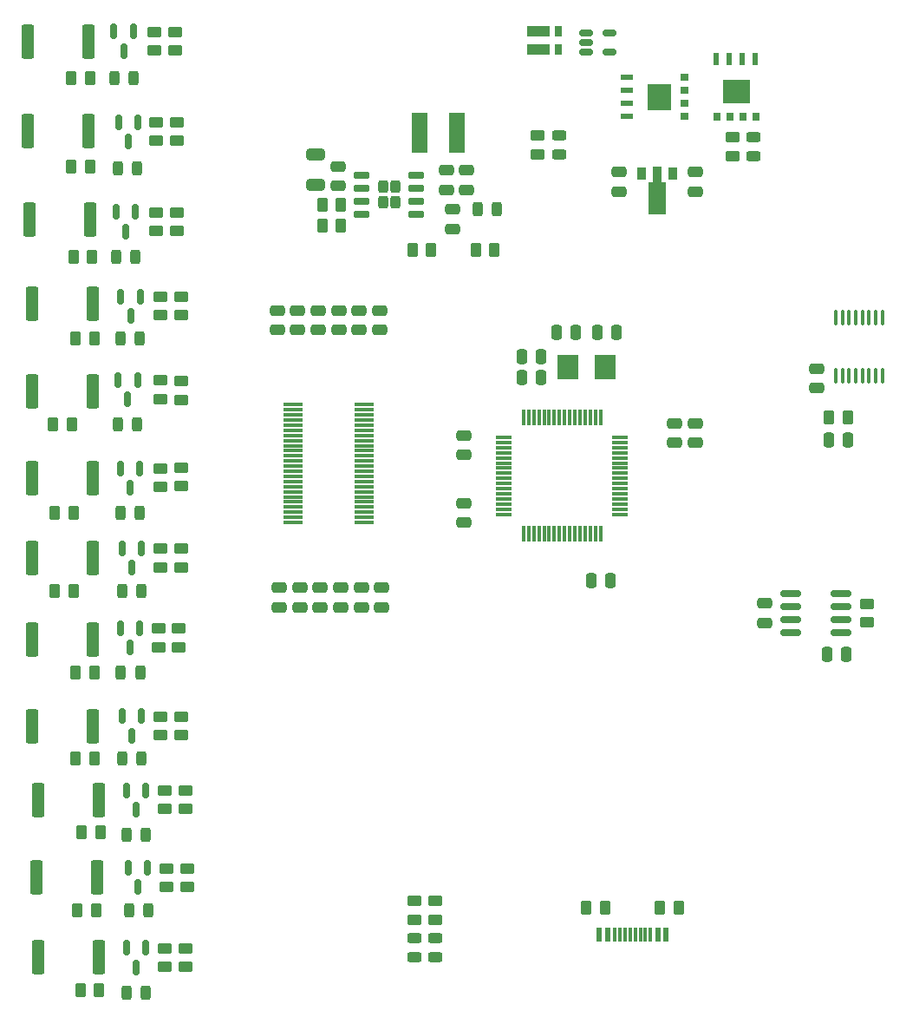
<source format=gbr>
%TF.GenerationSoftware,KiCad,Pcbnew,(6.0.7-1)-1*%
%TF.CreationDate,2022-08-24T14:53:57+02:00*%
%TF.ProjectId,Flux_BMS,466c7578-5f42-44d5-932e-6b696361645f,rev?*%
%TF.SameCoordinates,Original*%
%TF.FileFunction,Paste,Top*%
%TF.FilePolarity,Positive*%
%FSLAX46Y46*%
G04 Gerber Fmt 4.6, Leading zero omitted, Abs format (unit mm)*
G04 Created by KiCad (PCBNEW (6.0.7-1)-1) date 2022-08-24 14:53:57*
%MOMM*%
%LPD*%
G01*
G04 APERTURE LIST*
G04 Aperture macros list*
%AMRoundRect*
0 Rectangle with rounded corners*
0 $1 Rounding radius*
0 $2 $3 $4 $5 $6 $7 $8 $9 X,Y pos of 4 corners*
0 Add a 4 corners polygon primitive as box body*
4,1,4,$2,$3,$4,$5,$6,$7,$8,$9,$2,$3,0*
0 Add four circle primitives for the rounded corners*
1,1,$1+$1,$2,$3*
1,1,$1+$1,$4,$5*
1,1,$1+$1,$6,$7*
1,1,$1+$1,$8,$9*
0 Add four rect primitives between the rounded corners*
20,1,$1+$1,$2,$3,$4,$5,0*
20,1,$1+$1,$4,$5,$6,$7,0*
20,1,$1+$1,$6,$7,$8,$9,0*
20,1,$1+$1,$8,$9,$2,$3,0*%
%AMFreePoly0*
4,1,9,3.862500,-0.866500,0.737500,-0.866500,0.737500,-0.450000,-0.737500,-0.450000,-0.737500,0.450000,0.737500,0.450000,0.737500,0.866500,3.862500,0.866500,3.862500,-0.866500,3.862500,-0.866500,$1*%
G04 Aperture macros list end*
%ADD10C,0.010000*%
%ADD11RoundRect,0.243750X0.456250X-0.243750X0.456250X0.243750X-0.456250X0.243750X-0.456250X-0.243750X0*%
%ADD12RoundRect,0.250000X-0.450000X0.262500X-0.450000X-0.262500X0.450000X-0.262500X0.450000X0.262500X0*%
%ADD13RoundRect,0.250000X-0.362500X-1.425000X0.362500X-1.425000X0.362500X1.425000X-0.362500X1.425000X0*%
%ADD14RoundRect,0.242500X-0.242500X-0.382500X0.242500X-0.382500X0.242500X0.382500X-0.242500X0.382500X0*%
%ADD15RoundRect,0.150000X-0.650000X-0.150000X0.650000X-0.150000X0.650000X0.150000X-0.650000X0.150000X0*%
%ADD16RoundRect,0.250000X0.650000X-0.325000X0.650000X0.325000X-0.650000X0.325000X-0.650000X-0.325000X0*%
%ADD17RoundRect,0.250000X-0.250000X-0.475000X0.250000X-0.475000X0.250000X0.475000X-0.250000X0.475000X0*%
%ADD18RoundRect,0.250000X-0.262500X-0.450000X0.262500X-0.450000X0.262500X0.450000X-0.262500X0.450000X0*%
%ADD19RoundRect,0.250000X-0.475000X0.250000X-0.475000X-0.250000X0.475000X-0.250000X0.475000X0.250000X0*%
%ADD20R,2.287000X1.010000*%
%ADD21R,0.762000X1.010000*%
%ADD22RoundRect,0.250000X0.450000X-0.262500X0.450000X0.262500X-0.450000X0.262500X-0.450000X-0.262500X0*%
%ADD23R,0.600000X1.450000*%
%ADD24R,0.300000X1.450000*%
%ADD25RoundRect,0.150000X-0.150000X0.587500X-0.150000X-0.587500X0.150000X-0.587500X0.150000X0.587500X0*%
%ADD26RoundRect,0.243750X-0.243750X-0.456250X0.243750X-0.456250X0.243750X0.456250X-0.243750X0.456250X0*%
%ADD27R,0.610000X1.270000*%
%ADD28RoundRect,0.250000X0.475000X-0.250000X0.475000X0.250000X-0.475000X0.250000X-0.475000X-0.250000X0*%
%ADD29RoundRect,0.150000X-0.825000X-0.150000X0.825000X-0.150000X0.825000X0.150000X-0.825000X0.150000X0*%
%ADD30RoundRect,0.250000X0.250000X0.475000X-0.250000X0.475000X-0.250000X-0.475000X0.250000X-0.475000X0*%
%ADD31RoundRect,0.250000X0.262500X0.450000X-0.262500X0.450000X-0.262500X-0.450000X0.262500X-0.450000X0*%
%ADD32R,0.900000X1.300000*%
%ADD33FreePoly0,270.000000*%
%ADD34RoundRect,0.100000X0.100000X-0.637500X0.100000X0.637500X-0.100000X0.637500X-0.100000X-0.637500X0*%
%ADD35R,2.000000X2.400000*%
%ADD36R,1.270000X0.610000*%
%ADD37RoundRect,0.075000X-0.875000X-0.075000X0.875000X-0.075000X0.875000X0.075000X-0.875000X0.075000X0*%
%ADD38R,1.500000X4.000000*%
%ADD39RoundRect,0.075000X-0.075000X0.700000X-0.075000X-0.700000X0.075000X-0.700000X0.075000X0.700000X0*%
%ADD40RoundRect,0.075000X-0.700000X0.075000X-0.700000X-0.075000X0.700000X-0.075000X0.700000X0.075000X0*%
%ADD41RoundRect,0.150000X-0.512500X-0.150000X0.512500X-0.150000X0.512500X0.150000X-0.512500X0.150000X0*%
G04 APERTURE END LIST*
%TO.C,Q14*%
G36*
X152800000Y-62670000D02*
G01*
X152190000Y-62670000D01*
X152190000Y-61965000D01*
X152800000Y-61965000D01*
X152800000Y-62670000D01*
G37*
D10*
X152800000Y-62670000D02*
X152190000Y-62670000D01*
X152190000Y-61965000D01*
X152800000Y-61965000D01*
X152800000Y-62670000D01*
G36*
X156610000Y-62670000D02*
G01*
X156000000Y-62670000D01*
X156000000Y-61965000D01*
X156610000Y-61965000D01*
X156610000Y-62670000D01*
G37*
X156610000Y-62670000D02*
X156000000Y-62670000D01*
X156000000Y-61965000D01*
X156610000Y-61965000D01*
X156610000Y-62670000D01*
G36*
X155635000Y-61005000D02*
G01*
X153165000Y-61005000D01*
X153165000Y-58795000D01*
X155635000Y-58795000D01*
X155635000Y-61005000D01*
G37*
X155635000Y-61005000D02*
X153165000Y-61005000D01*
X153165000Y-58795000D01*
X155635000Y-58795000D01*
X155635000Y-61005000D01*
G36*
X155340000Y-62670000D02*
G01*
X154730000Y-62670000D01*
X154730000Y-61965000D01*
X155340000Y-61965000D01*
X155340000Y-62670000D01*
G37*
X155340000Y-62670000D02*
X154730000Y-62670000D01*
X154730000Y-61965000D01*
X155340000Y-61965000D01*
X155340000Y-62670000D01*
G36*
X154070000Y-62670000D02*
G01*
X153460000Y-62670000D01*
X153460000Y-61965000D01*
X154070000Y-61965000D01*
X154070000Y-62670000D01*
G37*
X154070000Y-62670000D02*
X153460000Y-62670000D01*
X153460000Y-61965000D01*
X154070000Y-61965000D01*
X154070000Y-62670000D01*
%TO.C,Q13*%
G36*
X149670000Y-60070000D02*
G01*
X148965000Y-60070000D01*
X148965000Y-59460000D01*
X149670000Y-59460000D01*
X149670000Y-60070000D01*
G37*
X149670000Y-60070000D02*
X148965000Y-60070000D01*
X148965000Y-59460000D01*
X149670000Y-59460000D01*
X149670000Y-60070000D01*
G36*
X148005000Y-61635000D02*
G01*
X145795000Y-61635000D01*
X145795000Y-59165000D01*
X148005000Y-59165000D01*
X148005000Y-61635000D01*
G37*
X148005000Y-61635000D02*
X145795000Y-61635000D01*
X145795000Y-59165000D01*
X148005000Y-59165000D01*
X148005000Y-61635000D01*
G36*
X149670000Y-62610000D02*
G01*
X148965000Y-62610000D01*
X148965000Y-62000000D01*
X149670000Y-62000000D01*
X149670000Y-62610000D01*
G37*
X149670000Y-62610000D02*
X148965000Y-62610000D01*
X148965000Y-62000000D01*
X149670000Y-62000000D01*
X149670000Y-62610000D01*
G36*
X149670000Y-61340000D02*
G01*
X148965000Y-61340000D01*
X148965000Y-60730000D01*
X149670000Y-60730000D01*
X149670000Y-61340000D01*
G37*
X149670000Y-61340000D02*
X148965000Y-61340000D01*
X148965000Y-60730000D01*
X149670000Y-60730000D01*
X149670000Y-61340000D01*
G36*
X149670000Y-58800000D02*
G01*
X148965000Y-58800000D01*
X148965000Y-58190000D01*
X149670000Y-58190000D01*
X149670000Y-58800000D01*
G37*
X149670000Y-58800000D02*
X148965000Y-58800000D01*
X148965000Y-58190000D01*
X149670000Y-58190000D01*
X149670000Y-58800000D01*
%TD*%
D11*
%TO.C,D16*%
X156100000Y-66237500D03*
X156100000Y-64362500D03*
%TD*%
D12*
%TO.C,R20*%
X99600000Y-54087500D03*
X99600000Y-55912500D03*
%TD*%
D13*
%TO.C,R3*%
X85437500Y-72400000D03*
X91362500Y-72400000D03*
%TD*%
D14*
%TO.C,U7*%
X121105000Y-70725000D03*
X121105000Y-69175000D03*
X119905000Y-70725000D03*
X119905000Y-69175000D03*
D15*
X117855000Y-68045000D03*
X117855000Y-69315000D03*
X117855000Y-70585000D03*
X117855000Y-71855000D03*
X123155000Y-71855000D03*
X123155000Y-70585000D03*
X123155000Y-69315000D03*
X123155000Y-68045000D03*
%TD*%
D11*
%TO.C,D2*%
X125010000Y-144337500D03*
X125010000Y-142462500D03*
%TD*%
D16*
%TO.C,C33*%
X113305000Y-69025000D03*
X113305000Y-66075000D03*
%TD*%
D17*
%TO.C,C15*%
X136850000Y-83400000D03*
X138750000Y-83400000D03*
%TD*%
D18*
%TO.C,R42*%
X89887500Y-84000000D03*
X91712500Y-84000000D03*
%TD*%
D12*
%TO.C,R35*%
X100200000Y-120887500D03*
X100200000Y-122712500D03*
%TD*%
D18*
%TO.C,R51*%
X89487500Y-67200000D03*
X91312500Y-67200000D03*
%TD*%
D19*
%TO.C,C38*%
X143000000Y-67750000D03*
X143000000Y-69650000D03*
%TD*%
D20*
%TO.C,R67*%
X135128000Y-54015000D03*
D21*
X137034000Y-54015000D03*
X137034000Y-55785000D03*
D20*
X135128500Y-55785000D03*
%TD*%
D12*
%TO.C,R2*%
X99800000Y-71687500D03*
X99800000Y-73512500D03*
%TD*%
D22*
%TO.C,R59*%
X154100000Y-66212500D03*
X154100000Y-64387500D03*
%TD*%
D12*
%TO.C,R32*%
X99800000Y-62887500D03*
X99800000Y-64712500D03*
%TD*%
%TO.C,R14*%
X100200000Y-104487500D03*
X100200000Y-106312500D03*
%TD*%
D13*
%TO.C,R33*%
X85237500Y-63800000D03*
X91162500Y-63800000D03*
%TD*%
D23*
%TO.C,J5*%
X141050000Y-142155000D03*
X141850000Y-142155000D03*
D24*
X143050000Y-142155000D03*
X144050000Y-142155000D03*
X144550000Y-142155000D03*
X145550000Y-142155000D03*
D23*
X146750000Y-142155000D03*
X147550000Y-142155000D03*
X147550000Y-142155000D03*
X146750000Y-142155000D03*
D24*
X146050000Y-142155000D03*
X145050000Y-142155000D03*
X143550000Y-142155000D03*
X142550000Y-142155000D03*
D23*
X141850000Y-142155000D03*
X141050000Y-142155000D03*
%TD*%
D25*
%TO.C,Q7*%
X95550000Y-54062500D03*
X93650000Y-54062500D03*
X94600000Y-55937500D03*
%TD*%
D26*
%TO.C,D3*%
X93862500Y-76000000D03*
X95737500Y-76000000D03*
%TD*%
D27*
%TO.C,Q14*%
X153765000Y-56695000D03*
X155035000Y-56695000D03*
X156305000Y-56695000D03*
X152495000Y-56695000D03*
%TD*%
D28*
%TO.C,C4*%
X119600000Y-83150000D03*
X119600000Y-81250000D03*
%TD*%
D17*
%TO.C,C24*%
X163250000Y-114800000D03*
X165150000Y-114800000D03*
%TD*%
D25*
%TO.C,Q12*%
X96350000Y-120862500D03*
X94450000Y-120862500D03*
X95400000Y-122737500D03*
%TD*%
D29*
%TO.C,U4*%
X159725000Y-108895000D03*
X159725000Y-110165000D03*
X159725000Y-111435000D03*
X159725000Y-112705000D03*
X164675000Y-112705000D03*
X164675000Y-111435000D03*
X164675000Y-110165000D03*
X164675000Y-108895000D03*
%TD*%
D25*
%TO.C,Q5*%
X96350000Y-104462500D03*
X94450000Y-104462500D03*
X95400000Y-106337500D03*
%TD*%
D13*
%TO.C,R9*%
X85637500Y-89200000D03*
X91562500Y-89200000D03*
%TD*%
D17*
%TO.C,C20*%
X133450000Y-87800000D03*
X135350000Y-87800000D03*
%TD*%
D30*
%TO.C,C13*%
X142750000Y-83400000D03*
X140850000Y-83400000D03*
%TD*%
D18*
%TO.C,R65*%
X146987500Y-139500000D03*
X148812500Y-139500000D03*
%TD*%
D13*
%TO.C,R27*%
X86037500Y-136600000D03*
X91962500Y-136600000D03*
%TD*%
D26*
%TO.C,D15*%
X129167500Y-71350000D03*
X131042500Y-71350000D03*
%TD*%
D17*
%TO.C,C22*%
X163449159Y-93869520D03*
X165349159Y-93869520D03*
%TD*%
D19*
%TO.C,C35*%
X126705000Y-71400000D03*
X126705000Y-73300000D03*
%TD*%
D12*
%TO.C,R8*%
X100200000Y-88175000D03*
X100200000Y-90000000D03*
%TD*%
D11*
%TO.C,D1*%
X123000000Y-144337500D03*
X123000000Y-142462500D03*
%TD*%
D12*
%TO.C,R5*%
X100200000Y-79887500D03*
X100200000Y-81712500D03*
%TD*%
D13*
%TO.C,R15*%
X85637500Y-105400000D03*
X91562500Y-105400000D03*
%TD*%
D18*
%TO.C,R41*%
X89687500Y-76000000D03*
X91512500Y-76000000D03*
%TD*%
%TO.C,R49*%
X90087500Y-139800000D03*
X91912500Y-139800000D03*
%TD*%
D13*
%TO.C,R30*%
X86237500Y-144400000D03*
X92162500Y-144400000D03*
%TD*%
D31*
%TO.C,R58*%
X124617500Y-75350000D03*
X122792500Y-75350000D03*
%TD*%
D13*
%TO.C,R18*%
X85637500Y-113400000D03*
X91562500Y-113400000D03*
%TD*%
D25*
%TO.C,Q11*%
X96012500Y-62912500D03*
X94112500Y-62912500D03*
X95062500Y-64787500D03*
%TD*%
D32*
%TO.C,U8*%
X148200000Y-67912500D03*
D33*
X146700000Y-68000000D03*
D32*
X145200000Y-67912500D03*
%TD*%
D11*
%TO.C,D17*%
X137100000Y-66037500D03*
X137100000Y-64162500D03*
%TD*%
D19*
%TO.C,C9*%
X109800000Y-108300000D03*
X109800000Y-110200000D03*
%TD*%
%TO.C,C8*%
X111800000Y-108300000D03*
X111800000Y-110200000D03*
%TD*%
D22*
%TO.C,R19*%
X97600000Y-55912500D03*
X97600000Y-54087500D03*
%TD*%
D26*
%TO.C,D10*%
X94862500Y-132400000D03*
X96737500Y-132400000D03*
%TD*%
D18*
%TO.C,R55*%
X113992500Y-70950000D03*
X115817500Y-70950000D03*
%TD*%
D19*
%TO.C,C5*%
X117800000Y-108300000D03*
X117800000Y-110200000D03*
%TD*%
D26*
%TO.C,D12*%
X94862500Y-147800000D03*
X96737500Y-147800000D03*
%TD*%
D34*
%TO.C,U3*%
X164124159Y-87662020D03*
X164774159Y-87662020D03*
X165424159Y-87662020D03*
X166074159Y-87662020D03*
X166724159Y-87662020D03*
X167374159Y-87662020D03*
X168024159Y-87662020D03*
X168674159Y-87662020D03*
X168674159Y-81937020D03*
X168024159Y-81937020D03*
X167374159Y-81937020D03*
X166724159Y-81937020D03*
X166074159Y-81937020D03*
X165424159Y-81937020D03*
X164774159Y-81937020D03*
X164124159Y-81937020D03*
%TD*%
D26*
%TO.C,D13*%
X94062500Y-67400000D03*
X95937500Y-67400000D03*
%TD*%
D22*
%TO.C,R16*%
X98000000Y-114112500D03*
X98000000Y-112287500D03*
%TD*%
D28*
%TO.C,C7*%
X109600000Y-83150000D03*
X109600000Y-81250000D03*
%TD*%
D12*
%TO.C,R40*%
X167200000Y-109887500D03*
X167200000Y-111712500D03*
%TD*%
D25*
%TO.C,Q4*%
X96150000Y-96662500D03*
X94250000Y-96662500D03*
X95200000Y-98537500D03*
%TD*%
%TO.C,Q3*%
X95950000Y-88062500D03*
X94050000Y-88062500D03*
X95000000Y-89937500D03*
%TD*%
D22*
%TO.C,R60*%
X135000000Y-66012500D03*
X135000000Y-64187500D03*
%TD*%
D12*
%TO.C,R17*%
X100000000Y-112287500D03*
X100000000Y-114112500D03*
%TD*%
D22*
%TO.C,R13*%
X98200000Y-106312500D03*
X98200000Y-104487500D03*
%TD*%
D25*
%TO.C,Q6*%
X96150000Y-112262500D03*
X94250000Y-112262500D03*
X95200000Y-114137500D03*
%TD*%
D35*
%TO.C,X1*%
X137950000Y-86800000D03*
X141650000Y-86800000D03*
%TD*%
D22*
%TO.C,R10*%
X98200000Y-98512500D03*
X98200000Y-96687500D03*
%TD*%
D26*
%TO.C,D6*%
X94262500Y-101000000D03*
X96137500Y-101000000D03*
%TD*%
D18*
%TO.C,R45*%
X87887500Y-108600000D03*
X89712500Y-108600000D03*
%TD*%
D26*
%TO.C,D11*%
X95125000Y-139800000D03*
X97000000Y-139800000D03*
%TD*%
D28*
%TO.C,C34*%
X115505000Y-69100000D03*
X115505000Y-67200000D03*
%TD*%
D19*
%TO.C,C12*%
X113800000Y-108300000D03*
X113800000Y-110200000D03*
%TD*%
D31*
%TO.C,R57*%
X130817500Y-75350000D03*
X128992500Y-75350000D03*
%TD*%
D28*
%TO.C,C16*%
X127800000Y-95350000D03*
X127800000Y-93450000D03*
%TD*%
D18*
%TO.C,R43*%
X87687500Y-92400000D03*
X89512500Y-92400000D03*
%TD*%
D31*
%TO.C,R66*%
X141612500Y-139500000D03*
X139787500Y-139500000D03*
%TD*%
D25*
%TO.C,Q10*%
X96750000Y-143462500D03*
X94850000Y-143462500D03*
X95800000Y-145337500D03*
%TD*%
D12*
%TO.C,R11*%
X100200000Y-96600000D03*
X100200000Y-98425000D03*
%TD*%
D13*
%TO.C,R21*%
X85237500Y-55000000D03*
X91162500Y-55000000D03*
%TD*%
D22*
%TO.C,R34*%
X98200000Y-122712500D03*
X98200000Y-120887500D03*
%TD*%
D28*
%TO.C,C36*%
X126105000Y-69500000D03*
X126105000Y-67600000D03*
%TD*%
D13*
%TO.C,R24*%
X86237500Y-129000000D03*
X92162500Y-129000000D03*
%TD*%
D36*
%TO.C,Q13*%
X143695000Y-58495000D03*
X143695000Y-61035000D03*
X143695000Y-59765000D03*
X143695000Y-62305000D03*
%TD*%
D13*
%TO.C,R36*%
X85637500Y-121800000D03*
X91562500Y-121800000D03*
%TD*%
D37*
%TO.C,U1*%
X111100000Y-90450000D03*
X111100000Y-90950000D03*
X111100000Y-91450000D03*
X111100000Y-91950000D03*
X111100000Y-92450000D03*
X111100000Y-92950000D03*
X111100000Y-93450000D03*
X111100000Y-93950000D03*
X111100000Y-94450000D03*
X111100000Y-94950000D03*
X111100000Y-95450000D03*
X111100000Y-95950000D03*
X111100000Y-96450000D03*
X111100000Y-96950000D03*
X111100000Y-97450000D03*
X111100000Y-97950000D03*
X111100000Y-98450000D03*
X111100000Y-98950000D03*
X111100000Y-99450000D03*
X111100000Y-99950000D03*
X111100000Y-100450000D03*
X111100000Y-100950000D03*
X111100000Y-101450000D03*
X111100000Y-101950000D03*
X118100000Y-101950000D03*
X118100000Y-101450000D03*
X118100000Y-100950000D03*
X118100000Y-100450000D03*
X118100000Y-99950000D03*
X118100000Y-99450000D03*
X118100000Y-98950000D03*
X118100000Y-98450000D03*
X118100000Y-97950000D03*
X118100000Y-97450000D03*
X118100000Y-96950000D03*
X118100000Y-96450000D03*
X118100000Y-95950000D03*
X118100000Y-95450000D03*
X118100000Y-94950000D03*
X118100000Y-94450000D03*
X118100000Y-93950000D03*
X118100000Y-93450000D03*
X118100000Y-92950000D03*
X118100000Y-92450000D03*
X118100000Y-91950000D03*
X118100000Y-91450000D03*
X118100000Y-90950000D03*
X118100000Y-90450000D03*
%TD*%
D17*
%TO.C,C21*%
X133450000Y-85800000D03*
X135350000Y-85800000D03*
%TD*%
D12*
%TO.C,R38*%
X125000000Y-138887500D03*
X125000000Y-140712500D03*
%TD*%
D26*
%TO.C,D5*%
X94062500Y-92400000D03*
X95937500Y-92400000D03*
%TD*%
D22*
%TO.C,R25*%
X98800000Y-137512500D03*
X98800000Y-135687500D03*
%TD*%
D38*
%TO.C,L2*%
X123505000Y-63950000D03*
X127105000Y-63950000D03*
%TD*%
D18*
%TO.C,R48*%
X90487500Y-132200000D03*
X92312500Y-132200000D03*
%TD*%
D28*
%TO.C,C10*%
X119800000Y-110200000D03*
X119800000Y-108300000D03*
%TD*%
D39*
%TO.C,U2*%
X141150000Y-91725000D03*
X140650000Y-91725000D03*
X140150000Y-91725000D03*
X139650000Y-91725000D03*
X139150000Y-91725000D03*
X138650000Y-91725000D03*
X138150000Y-91725000D03*
X137650000Y-91725000D03*
X137150000Y-91725000D03*
X136650000Y-91725000D03*
X136150000Y-91725000D03*
X135650000Y-91725000D03*
X135150000Y-91725000D03*
X134650000Y-91725000D03*
X134150000Y-91725000D03*
X133650000Y-91725000D03*
D40*
X131725000Y-93650000D03*
X131725000Y-94150000D03*
X131725000Y-94650000D03*
X131725000Y-95150000D03*
X131725000Y-95650000D03*
X131725000Y-96150000D03*
X131725000Y-96650000D03*
X131725000Y-97150000D03*
X131725000Y-97650000D03*
X131725000Y-98150000D03*
X131725000Y-98650000D03*
X131725000Y-99150000D03*
X131725000Y-99650000D03*
X131725000Y-100150000D03*
X131725000Y-100650000D03*
X131725000Y-101150000D03*
D39*
X133650000Y-103075000D03*
X134150000Y-103075000D03*
X134650000Y-103075000D03*
X135150000Y-103075000D03*
X135650000Y-103075000D03*
X136150000Y-103075000D03*
X136650000Y-103075000D03*
X137150000Y-103075000D03*
X137650000Y-103075000D03*
X138150000Y-103075000D03*
X138650000Y-103075000D03*
X139150000Y-103075000D03*
X139650000Y-103075000D03*
X140150000Y-103075000D03*
X140650000Y-103075000D03*
X141150000Y-103075000D03*
D40*
X143075000Y-101150000D03*
X143075000Y-100650000D03*
X143075000Y-100150000D03*
X143075000Y-99650000D03*
X143075000Y-99150000D03*
X143075000Y-98650000D03*
X143075000Y-98150000D03*
X143075000Y-97650000D03*
X143075000Y-97150000D03*
X143075000Y-96650000D03*
X143075000Y-96150000D03*
X143075000Y-95650000D03*
X143075000Y-95150000D03*
X143075000Y-94650000D03*
X143075000Y-94150000D03*
X143075000Y-93650000D03*
%TD*%
D28*
%TO.C,C17*%
X127800000Y-101950000D03*
X127800000Y-100050000D03*
%TD*%
D12*
%TO.C,R23*%
X100600000Y-128087500D03*
X100600000Y-129912500D03*
%TD*%
D18*
%TO.C,R56*%
X113992500Y-72950000D03*
X115817500Y-72950000D03*
%TD*%
D26*
%TO.C,D9*%
X93662500Y-58600000D03*
X95537500Y-58600000D03*
%TD*%
D22*
%TO.C,R28*%
X98600000Y-145312500D03*
X98600000Y-143487500D03*
%TD*%
%TO.C,R22*%
X98600000Y-129912500D03*
X98600000Y-128087500D03*
%TD*%
D18*
%TO.C,R52*%
X89887500Y-125000000D03*
X91712500Y-125000000D03*
%TD*%
%TO.C,R47*%
X89487500Y-58600000D03*
X91312500Y-58600000D03*
%TD*%
D19*
%TO.C,C14*%
X148400000Y-92250000D03*
X148400000Y-94150000D03*
%TD*%
D22*
%TO.C,R4*%
X98200000Y-81712500D03*
X98200000Y-79887500D03*
%TD*%
D25*
%TO.C,Q9*%
X96950000Y-135662500D03*
X95050000Y-135662500D03*
X96000000Y-137537500D03*
%TD*%
D12*
%TO.C,R37*%
X123000000Y-138887500D03*
X123000000Y-140712500D03*
%TD*%
D22*
%TO.C,R1*%
X97800000Y-73512500D03*
X97800000Y-71687500D03*
%TD*%
D18*
%TO.C,R39*%
X163486659Y-91669520D03*
X165311659Y-91669520D03*
%TD*%
%TO.C,R46*%
X89887500Y-116600000D03*
X91712500Y-116600000D03*
%TD*%
D28*
%TO.C,C3*%
X117600000Y-83150000D03*
X117600000Y-81250000D03*
%TD*%
D25*
%TO.C,Q2*%
X96212500Y-79912500D03*
X94312500Y-79912500D03*
X95262500Y-81787500D03*
%TD*%
D26*
%TO.C,D8*%
X94325000Y-116600000D03*
X96200000Y-116600000D03*
%TD*%
D25*
%TO.C,Q8*%
X96750000Y-128062500D03*
X94850000Y-128062500D03*
X95800000Y-129937500D03*
%TD*%
D13*
%TO.C,R12*%
X85637500Y-97600000D03*
X91562500Y-97600000D03*
%TD*%
D28*
%TO.C,C1*%
X113600000Y-83150000D03*
X113600000Y-81250000D03*
%TD*%
%TO.C,C23*%
X162299159Y-88819520D03*
X162299159Y-86919520D03*
%TD*%
D19*
%TO.C,C6*%
X115800000Y-108300000D03*
X115800000Y-110200000D03*
%TD*%
D22*
%TO.C,R7*%
X98200000Y-89912500D03*
X98200000Y-88087500D03*
%TD*%
D28*
%TO.C,C25*%
X157200000Y-111750000D03*
X157200000Y-109850000D03*
%TD*%
D12*
%TO.C,R26*%
X100800000Y-135687500D03*
X100800000Y-137512500D03*
%TD*%
D26*
%TO.C,D7*%
X94462500Y-108600000D03*
X96337500Y-108600000D03*
%TD*%
D22*
%TO.C,R31*%
X97800000Y-64712500D03*
X97800000Y-62887500D03*
%TD*%
D19*
%TO.C,C39*%
X150400000Y-67750000D03*
X150400000Y-69650000D03*
%TD*%
D18*
%TO.C,R44*%
X87887500Y-101000000D03*
X89712500Y-101000000D03*
%TD*%
D26*
%TO.C,D4*%
X94262500Y-84000000D03*
X96137500Y-84000000D03*
%TD*%
D41*
%TO.C,U9*%
X139762500Y-54150000D03*
X139762500Y-55100000D03*
X139762500Y-56050000D03*
X142037500Y-56050000D03*
X142037500Y-54150000D03*
%TD*%
D25*
%TO.C,Q1*%
X95750000Y-71662500D03*
X93850000Y-71662500D03*
X94800000Y-73537500D03*
%TD*%
D30*
%TO.C,C18*%
X142150000Y-107600000D03*
X140250000Y-107600000D03*
%TD*%
D18*
%TO.C,R50*%
X90375000Y-147600000D03*
X92200000Y-147600000D03*
%TD*%
D28*
%TO.C,C2*%
X115600000Y-83150000D03*
X115600000Y-81250000D03*
%TD*%
D12*
%TO.C,R29*%
X100600000Y-143487500D03*
X100600000Y-145312500D03*
%TD*%
D19*
%TO.C,C19*%
X150400000Y-92250000D03*
X150400000Y-94150000D03*
%TD*%
D13*
%TO.C,R6*%
X85637500Y-80600000D03*
X91562500Y-80600000D03*
%TD*%
D19*
%TO.C,C37*%
X128105000Y-67600000D03*
X128105000Y-69500000D03*
%TD*%
D26*
%TO.C,D14*%
X94462500Y-125000000D03*
X96337500Y-125000000D03*
%TD*%
D28*
%TO.C,C11*%
X111600000Y-83150000D03*
X111600000Y-81250000D03*
%TD*%
M02*

</source>
